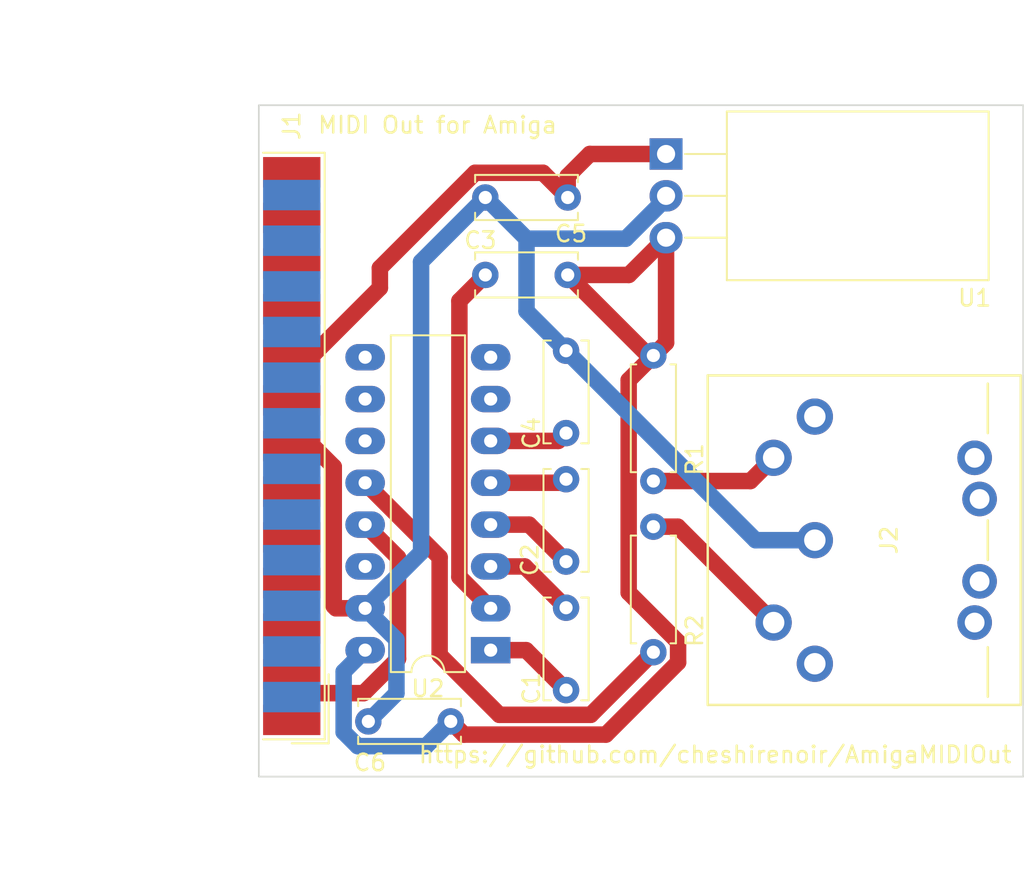
<source format=kicad_pcb>
(kicad_pcb (version 20211014) (generator pcbnew)
  (layers (0 "F.Cu" signal) (31 "B.Cu" signal) (34 "B.Paste" user) (35 "F.Paste" user) (36 "B.SilkS" user "B.Silkscreen") (37 "F.SilkS" user "F.Silkscreen") (38 "B.Mask" user) (39 "F.Mask" user) (44 "Edge.Cuts" user))
  (net 0 "")
  (net 1 "Net-(C1-Pad1)")
  (net 2 "Net-(C1-Pad2)")
  (net 3 "Net-(C2-Pad1)")
  (net 4 "Net-(C2-Pad2)")
  (net 5 "Net-(C3-Pad1)")
  (net 6 "+5V")
  (net 7 "Net-(C4-Pad1)")
  (net 8 "GND")
  (net 9 "Net-(C5-Pad1)")
  (net 11 "Net-(J1-Pad2)")
  (net 35 "Net-(J2-Pad4)")
  (net 36 "Net-(J2-Pad5)")
  (net 37 "Net-(R2-Pad1)")
  (footprint "Capacitor_THT:C_Disc_D6.0mm_W2.5mm_P5.00mm" (layer "F.Cu") (at 94 52.8)
    (fp_text reference "C3" (at -0.3 -2.1) (layer "F.SilkS"))
    (fp_text value "100nF")
    (fp_line (start 5.62 0.925) (end 5.62 1.37) (layer "F.SilkS") (width 0.12))
    (fp_line (start 5.62 -1.37) (end 5.62 -0.925) (layer "F.SilkS") (width 0.12))
    (fp_line (start -0.62 1.37) (end 5.62 1.37) (layer "F.SilkS") (width 0.12))
    (fp_line (start -0.62 -1.37) (end 5.62 -1.37) (layer "F.SilkS") (width 0.12))
    (fp_line (start -0.62 -1.37) (end -0.62 -0.925) (layer "F.SilkS") (width 0.12))
    (fp_line (start -0.62 0.925) (end -0.62 1.37) (layer "F.SilkS") (width 0.12))
    (pad "1" thru_hole circle (at 0 0) (size 1.6 1.6) (drill 0.8) (layers *.Cu *.Mask) (net 5 "Net-(C3-Pad1)"))
    (pad "2" thru_hole circle (at 5 0) (size 1.6 1.6) (drill 0.8) (layers *.Cu *.Mask) (net 6 "+5V"))
  )
  (footprint "Capacitor_THT:C_Disc_D6.0mm_W2.5mm_P5.00mm" (layer "F.Cu") (at 98.9 70.2 90)
    (fp_text reference "C2" (at 0.1 -2.2 90) (layer "F.SilkS"))
    (fp_text value "100nF")
    (fp_line (start 5.62 -1.37) (end 5.62 -0.925) (layer "F.SilkS") (width 0.12))
    (fp_line (start -0.62 -1.37) (end 5.62 -1.37) (layer "F.SilkS") (width 0.12))
    (fp_line (start 5.62 0.925) (end 5.62 1.37) (layer "F.SilkS") (width 0.12))
    (fp_line (start -0.62 0.925) (end -0.62 1.37) (layer "F.SilkS") (width 0.12))
    (fp_line (start -0.62 -1.37) (end -0.62 -0.925) (layer "F.SilkS") (width 0.12))
    (fp_line (start -0.62 1.37) (end 5.62 1.37) (layer "F.SilkS") (width 0.12))
    (pad "1" thru_hole circle (at 0 0 90) (size 1.6 1.6) (drill 0.8) (layers *.Cu *.Mask) (net 3 "Net-(C2-Pad1)"))
    (pad "2" thru_hole circle (at 5 0 90) (size 1.6 1.6) (drill 0.8) (layers *.Cu *.Mask) (net 4 "Net-(C2-Pad2)"))
  )
  (footprint "Package_TO_SOT_THT:TO-220-3_Horizontal_TabDown" (layer "F.Cu") (at 104.97 45.46 -90)
    (fp_text reference "U1" (at 8.74 -18.73 180) (layer "F.SilkS"))
    (fp_text value "LM78M05_TO220")
    (fp_line (start 2.54 -3.69) (end 2.54 -1.15) (layer "F.SilkS") (width 0.12))
    (fp_line (start -2.58 -19.58) (end -2.58 -3.69) (layer "F.SilkS") (width 0.12))
    (fp_line (start -2.58 -3.69) (end 7.66 -3.69) (layer "F.SilkS") (width 0.12))
    (fp_line (start 5.08 -3.69) (end 5.08 -1.15) (layer "F.SilkS") (width 0.12))
    (fp_line (start 7.66 -19.58) (end 7.66 -3.69) (layer "F.SilkS") (width 0.12))
    (fp_line (start -2.58 -19.58) (end 7.66 -19.58) (layer "F.SilkS") (width 0.12))
    (fp_line (start 0 -3.69) (end 0 -1.15) (layer "F.SilkS") (width 0.12))
    (pad "" np_thru_hole oval (at 2.54 -16.66 270) (size 3.5 3.5) (drill 3.5) (layers *.Cu *.Mask))
    (pad "1" thru_hole rect (at 0 0 270) (size 1.905 2) (drill 1.1) (layers *.Cu *.Mask) (net 9 "Net-(C5-Pad1)"))
    (pad "2" thru_hole oval (at 2.54 0 270) (size 1.905 2) (drill 1.1) (layers *.Cu *.Mask) (net 8 "GND"))
    (pad "3" thru_hole oval (at 5.08 0 270) (size 1.905 2) (drill 1.1) (layers *.Cu *.Mask) (net 6 "+5V"))
  )
  (footprint "CheshBits:DIN-5-Variable" (layer "F.Cu") (at 114 68.9 -90)
    (fp_text reference "J2" (at 0 -4.5 90) (layer "F.SilkS"))
    (fp_text value "DIN-5_180degree")
    (fp_line (start 6.5 -10.5) (end 9.5 -10.5) (layer "F.SilkS") (width 0.15))
    (fp_line (start -10 -12.5) (end -10 6.5) (layer "F.SilkS") (width 0.15))
    (fp_line (start -10 6.5) (end 10 6.5) (layer "F.SilkS") (width 0.15))
    (fp_line (start 10 6.5) (end 10 -12.5) (layer "F.SilkS") (width 0.15))
    (fp_line (start 10 -12.5) (end -10 -12.5) (layer "F.SilkS") (width 0.15))
    (fp_line (start -9.5 -10.5) (end -6.5 -10.5) (layer "F.SilkS") (width 0.15))
    (fp_line (start -1.2 -10.5) (end 1.2 -10.5) (layer "F.SilkS") (width 0.15))
    (pad "" thru_hole circle (at -2.5 -10 270) (size 2.1 2.1) (drill 1.2) (layers *.Cu *.Mask))
    (pad "" thru_hole circle (at -5 -9.7 270) (size 2.1 2.1) (drill 1.2) (layers *.Cu *.Mask))
    (pad "" thru_hole circle (at 5 -9.7 270) (size 2.1 2.1) (drill 1.2) (layers *.Cu *.Mask))
    (pad "" thru_hole circle (at 2.5 -10 270) (size 2.1 2.1) (drill 1.2) (layers *.Cu *.Mask))
    (pad "1" thru_hole circle (at -7.5 0 270) (size 2.2 2.2) (drill 1.3) (layers *.Cu *.Mask) (clearance 0.3))
    (pad "2" thru_hole circle (at 0 0 270) (size 2.2 2.2) (drill 1.3) (layers *.Cu *.Mask) (net 8 "GND") (clearance 0.3))
    (pad "3" thru_hole circle (at 7.5 0 270) (size 2.2 2.2) (drill 1.3) (layers *.Cu *.Mask) (clearance 0.3))
    (pad "4" thru_hole circle (at -5 2.5 270) (size 2.2 2.2) (drill 1.3) (layers *.Cu *.Mask) (net 35 "Net-(J2-Pad4)") (clearance 0.3))
    (pad "5" thru_hole circle (at 5 2.5 270) (size 2.2 2.2) (drill 1.3) (layers *.Cu *.Mask) (net 36 "Net-(J2-Pad5)") (clearance 0.3))
  )
  (footprint "Capacitor_THT:C_Disc_D6.0mm_W2.5mm_P5.00mm" (layer "F.Cu") (at 91.9 79.9 180)
    (fp_text reference "C6" (at 4.905 -2.5) (layer "F.SilkS"))
    (fp_text value "100nF")
    (fp_line (start -0.62 -1.37) (end 5.62 -1.37) (layer "F.SilkS") (width 0.12))
    (fp_line (start -0.62 0.925) (end -0.62 1.37) (layer "F.SilkS") (width 0.12))
    (fp_line (start -0.62 -1.37) (end -0.62 -0.925) (layer "F.SilkS") (width 0.12))
    (fp_line (start -0.62 1.37) (end 5.62 1.37) (layer "F.SilkS") (width 0.12))
    (fp_line (start 5.62 -1.37) (end 5.62 -0.925) (layer "F.SilkS") (width 0.12))
    (fp_line (start 5.62 0.925) (end 5.62 1.37) (layer "F.SilkS") (width 0.12))
    (pad "1" thru_hole circle (at 0 0 180) (size 1.6 1.6) (drill 0.8) (layers *.Cu *.Mask) (net 6 "+5V"))
    (pad "2" thru_hole circle (at 5 0 180) (size 1.6 1.6) (drill 0.8) (layers *.Cu *.Mask) (net 8 "GND"))
  )
  (footprint "Capacitor_THT:C_Disc_D6.0mm_W2.5mm_P5.00mm" (layer "F.Cu") (at 98.9 62.4 90)
    (fp_text reference "C4" (at 0 -2.1 90) (layer "F.SilkS"))
    (fp_text value "100nF")
    (fp_line (start -0.62 -1.37) (end 5.62 -1.37) (layer "F.SilkS") (width 0.12))
    (fp_line (start 5.62 0.925) (end 5.62 1.37) (layer "F.SilkS") (width 0.12))
    (fp_line (start 5.62 -1.37) (end 5.62 -0.925) (layer "F.SilkS") (width 0.12))
    (fp_line (start -0.62 1.37) (end 5.62 1.37) (layer "F.SilkS") (width 0.12))
    (fp_line (start -0.62 -1.37) (end -0.62 -0.925) (layer "F.SilkS") (width 0.12))
    (fp_line (start -0.62 0.925) (end -0.62 1.37) (layer "F.SilkS") (width 0.12))
    (pad "1" thru_hole circle (at 0 0 90) (size 1.6 1.6) (drill 0.8) (layers *.Cu *.Mask) (net 7 "Net-(C4-Pad1)"))
    (pad "2" thru_hole circle (at 5 0 90) (size 1.6 1.6) (drill 0.8) (layers *.Cu *.Mask) (net 8 "GND"))
  )
  (footprint "Connector_Dsub:DSUB-25_Female_EdgeMount_P2.77mm" (layer "F.Cu") (at 82.25 63.1875 -90)
    (fp_text reference "J1" (at -19.4375 0 90) (layer "F.SilkS"))
    (fp_text value "DB25_Female")
    (fp_line (start 17.803333 1.74) (end 17.803333 -2) (layer "F.SilkS") (width 0.12))
    (fp_line (start 17.803333 -2) (end -17.803333 -2) (layer "F.SilkS") (width 0.12))
    (fp_line (start 18.043333 0) (end 18.043333 -2.24) (layer "F.SilkS") (width 0.12))
    (fp_line (start -17.803333 -2) (end -17.803333 1.74) (layer "F.SilkS") (width 0.12))
    (fp_line (start 18.043333 -2.24) (end 13.85 -2.24) (layer "F.SilkS") (width 0.12))
    (pad "1" smd rect (at 16.62 0 270) (size 1.846667 3.48) (layers "F.Cu" "F.Paste" "F.Mask"))
    (pad "2" smd rect (at 13.85 0 270) (size 1.846667 3.48) (layers "F.Cu" "F.Paste" "F.Mask") (net 11 "Net-(J1-Pad2)"))
    (pad "3" smd rect (at 11.08 0 270) (size 1.846667 3.48) (layers "F.Cu" "F.Paste" "F.Mask"))
    (pad "4" smd rect (at 8.31 0 270) (size 1.846667 3.48) (layers "F.Cu" "F.Paste" "F.Mask"))
    (pad "5" smd rect (at 5.54 0 270) (size 1.846667 3.48) (layers "F.Cu" "F.Paste" "F.Mask"))
    (pad "6" smd rect (at 2.77 0 270) (size 1.846667 3.48) (layers "F.Cu" "F.Paste" "F.Mask"))
    (pad "7" smd rect (at 0 0 270) (size 1.846667 3.48) (layers "F.Cu" "F.Paste" "F.Mask") (net 8 "GND"))
    (pad "8" smd rect (at -2.77 0 270) (size 1.846667 3.48) (layers "F.Cu" "F.Paste" "F.Mask"))
    (pad "9" smd rect (at -5.54 0 270) (size 1.846667 3.48) (layers "F.Cu" "F.Paste" "F.Mask") (net 9 "Net-(C5-Pad1)"))
    (pad "10" smd rect (at -8.31 0 270) (size 1.846667 3.48) (layers "F.Cu" "F.Paste" "F.Mask"))
    (pad "11" smd rect (at -11.08 0 270) (size 1.846667 3.48) (layers "F.Cu" "F.Paste" "F.Mask"))
    (pad "12" smd rect (at -13.85 0 270) (size 1.846667 3.48) (layers "F.Cu" "F.Paste" "F.Mask"))
    (pad "13" smd rect (at -16.62 0 270) (size 1.846667 3.48) (layers "F.Cu" "F.Paste" "F.Mask"))
    (pad "14" smd rect (at 15.235 0 270) (size 1.846667 3.48) (layers "B.Cu" "B.Paste" "B.Mask"))
    (pad "15" smd rect (at 12.465 0 270) (size 1.846667 3.48) (layers "B.Cu" "B.Paste" "B.Mask"))
    (pad "16" smd rect (at 9.695 0 270) (size 1.846667 3.48) (layers "B.Cu" "B.Paste" "B.Mask"))
    (pad "17" smd rect (at 6.925 0 270) (size 1.846667 3.48) (layers "B.Cu" "B.Paste" "B.Mask"))
    (pad "18" smd rect (at 4.155 0 270) (size 1.846667 3.48) (layers "B.Cu" "B.Paste" "B.Mask"))
    (pad "19" smd rect (at 1.385 0 270) (size 1.846667 3.48) (layers "B.Cu" "B.Paste" "B.Mask"))
    (pad "20" smd rect (at -1.385 0 270) (size 1.846667 3.48) (layers "B.Cu" "B.Paste" "B.Mask"))
    (pad "21" smd rect (at -4.155 0 270) (size 1.846667 3.48) (layers "B.Cu" "B.Paste" "B.Mask"))
    (pad "22" smd rect (at -6.925 0 270) (size 1.846667 3.48) (layers "B.Cu" "B.Paste" "B.Mask"))
    (pad "23" smd rect (at -9.695 0 270) (size 1.846667 3.48) (layers "B.Cu" "B.Paste" "B.Mask"))
    (pad "24" smd rect (at -12.465 0 270) (size 1.846667 3.48) (layers "B.Cu" "B.Paste" "B.Mask"))
    (pad "25" smd rect (at -15.235 0 270) (size 1.846667 3.48) (layers "B.Cu" "B.Paste" "B.Mask"))
  )
  (footprint "Resistor_THT:R_Axial_DIN0207_L6.3mm_D2.5mm_P7.62mm_Horizontal" (layer "F.Cu") (at 104.2 75.7 90)
    (fp_text reference "R2" (at 1.3 2.5 90) (layer "F.SilkS"))
    (fp_text value "220")
    (fp_line (start 0.54 -1.37) (end 7.08 -1.37) (layer "F.SilkS") (width 0.12))
    (fp_line (start 0.54 -1.04) (end 0.54 -1.37) (layer "F.SilkS") (width 0.12))
    (fp_line (start 0.54 1.37) (end 7.08 1.37) (layer "F.SilkS") (width 0.12))
    (fp_line (start 7.08 1.37) (end 7.08 1.04) (layer "F.SilkS") (width 0.12))
    (fp_line (start 7.08 -1.37) (end 7.08 -1.04) (layer "F.SilkS") (width 0.12))
    (fp_line (start 0.54 1.04) (end 0.54 1.37) (layer "F.SilkS") (width 0.12))
    (pad "1" thru_hole circle (at 0 0 90) (size 1.6 1.6) (drill 0.8) (layers *.Cu *.Mask) (net 37 "Net-(R2-Pad1)"))
    (pad "2" thru_hole oval (at 7.62 0 90) (size 1.6 1.6) (drill 0.8) (layers *.Cu *.Mask) (net 36 "Net-(J2-Pad5)"))
  )
  (footprint "Resistor_THT:R_Axial_DIN0207_L6.3mm_D2.5mm_P7.62mm_Horizontal" (layer "F.Cu") (at 104.2 65.31 90)
    (fp_text reference "R1" (at 1.31 2.5 90) (layer "F.SilkS"))
    (fp_text value "220")
    (fp_line (start 0.54 -1.04) (end 0.54 -1.37) (layer "F.SilkS") (width 0.12))
    (fp_line (start 7.08 -1.37) (end 7.08 -1.04) (layer "F.SilkS") (width 0.12))
    (fp_line (start 0.54 1.04) (end 0.54 1.37) (layer "F.SilkS") (width 0.12))
    (fp_line (start 0.54 1.37) (end 7.08 1.37) (layer "F.SilkS") (width 0.12))
    (fp_line (start 0.54 -1.37) (end 7.08 -1.37) (layer "F.SilkS") (width 0.12))
    (fp_line (start 7.08 1.37) (end 7.08 1.04) (layer "F.SilkS") (width 0.12))
    (pad "1" thru_hole circle (at 0 0 90) (size 1.6 1.6) (drill 0.8) (layers *.Cu *.Mask) (net 35 "Net-(J2-Pad4)"))
    (pad "2" thru_hole oval (at 7.62 0 90) (size 1.6 1.6) (drill 0.8) (layers *.Cu *.Mask) (net 6 "+5V"))
  )
  (footprint "Package_DIP:DIP-16_W7.62mm_LongPads" (layer "F.Cu") (at 94.325 75.575 180)
    (fp_text reference "U2" (at 3.81 -2.33) (layer "F.SilkS"))
    (fp_text value "MAX232")
    (fp_line (start 2.81 -1.33) (end 1.56 -1.33) (layer "F.SilkS") (width 0.12))
    (fp_line (start 1.56 19.11) (end 6.06 19.11) (layer "F.SilkS") (width 0.12))
    (fp_line (start 1.56 -1.33) (end 1.56 19.11) (layer "F.SilkS") (width 0.12))
    (fp_line (start 6.06 19.11) (end 6.06 -1.33) (layer "F.SilkS") (width 0.12))
    (fp_line (start 6.06 -1.33) (end 4.81 -1.33) (layer "F.SilkS") (width 0.12))
    (fp_arc (start 4.81 -1.33) (mid 3.81 -0.33) (end 2.81 -1.33) (layer "F.SilkS") (width 0.12))
    (pad "1" thru_hole rect (at 0 0 180) (size 2.4 1.6) (drill 0.8) (layers *.Cu *.Mask) (net 1 "Net-(C1-Pad1)"))
    (pad "2" thru_hole oval (at 0 2.54 180) (size 2.4 1.6) (drill 0.8) (layers *.Cu *.Mask) (net 5 "Net-(C3-Pad1)"))
    (pad "3" thru_hole oval (at 0 5.08 180) (size 2.4 1.6) (drill 0.8) (layers *.Cu *.Mask) (net 2 "Net-(C1-Pad2)"))
    (pad "4" thru_hole oval (at 0 7.62 180) (size 2.4 1.6) (drill 0.8) (layers *.Cu *.Mask) (net 3 "Net-(C2-Pad1)"))
    (pad "5" thru_hole oval (at 0 10.16 180) (size 2.4 1.6) (drill 0.8) (layers *.Cu *.Mask) (net 4 "Net-(C2-Pad2)"))
    (pad "6" thru_hole oval (at 0 12.7 180) (size 2.4 1.6) (drill 0.8) (layers *.Cu *.Mask) (net 7 "Net-(C4-Pad1)"))
    (pad "7" thru_hole oval (at 0 15.24 180) (size 2.4 1.6) (drill 0.8) (layers *.Cu *.Mask))
    (pad "8" thru_hole oval (at 0 17.78 180) (size 2.4 1.6) (drill 0.8) (layers *.Cu *.Mask))
    (pad "9" thru_hole oval (at 7.62 17.78 180) (size 2.4 1.6) (drill 0.8) (layers *.Cu *.Mask))
    (pad "10" thru_hole oval (at 7.62 15.24 180) (size 2.4 1.6) (drill 0.8) (layers *.Cu *.Mask))
    (pad "11" thru_hole oval (at 7.62 12.7 180) (size 2.4 1.6) (drill 0.8) (layers *.Cu *.Mask))
    (pad "12" thru_hole oval (at 7.62 10.16 180) (size 2.4 1.6) (drill 0.8) (layers *.Cu *.Mask) (net 37 "Net-(R2-Pad1)"))
    (pad "13" thru_hole oval (at 7.62 7.62 180) (size 2.4 1.6) (drill 0.8) (layers *.Cu *.Mask) (net 11 "Net-(J1-Pad2)"))
    (pad "14" thru_hole oval (at 7.62 5.08 180) (size 2.4 1.6) (drill 0.8) (layers *.Cu *.Mask))
    (pad "15" thru_hole oval (at 7.62 2.54 180) (size 2.4 1.6) (drill 0.8) (layers *.Cu *.Mask) (net 8 "GND"))
    (pad "16" thru_hole oval (at 7.62 0 180) (size 2.4 1.6) (drill 0.8) (layers *.Cu *.Mask) (net 6 "+5V"))
  )
  (footprint "Capacitor_THT:C_Disc_D6.0mm_W2.5mm_P5.00mm" (layer "F.Cu") (at 99 48.1 180)
    (fp_text reference "C5" (at -0.2 -2.2) (layer "F.SilkS"))
    (fp_text value "100nF")
    (fp_line (start -0.62 0.925) (end -0.62 1.37) (layer "F.SilkS") (width 0.12))
    (fp_line (start -0.62 -1.37) (end 5.62 -1.37) (layer "F.SilkS") (width 0.12))
    (fp_line (start -0.62 -1.37) (end -0.62 -0.925) (layer "F.SilkS") (width 0.12))
    (fp_line (start 5.62 -1.37) (end 5.62 -0.925) (layer "F.SilkS") (width 0.12))
    (fp_line (start -0.62 1.37) (end 5.62 1.37) (layer "F.SilkS") (width 0.12))
    (fp_line (start 5.62 0.925) (end 5.62 1.37) (layer "F.SilkS") (width 0.12))
    (pad "1" thru_hole circle (at 0 0 180) (size 1.6 1.6) (drill 0.8) (layers *.Cu *.Mask) (net 9 "Net-(C5-Pad1)"))
    (pad "2" thru_hole circle (at 5 0 180) (size 1.6 1.6) (drill 0.8) (layers *.Cu *.Mask) (net 8 "GND"))
  )
  (footprint "Capacitor_THT:C_Disc_D6.0mm_W2.5mm_P5.00mm" (layer "F.Cu") (at 98.9 78 90)
    (fp_text reference "C1" (at 0.1 -2.1 90) (layer "F.SilkS"))
    (fp_text value "100nF")
    (fp_line (start -0.62 1.37) (end 5.62 1.37) (layer "F.SilkS") (width 0.12))
    (fp_line (start -0.62 0.925) (end -0.62 1.37) (layer "F.SilkS") (width 0.12))
    (fp_line (start 5.62 0.925) (end 5.62 1.37) (layer "F.SilkS") (width 0.12))
    (fp_line (start -0.62 -1.37) (end 5.62 -1.37) (layer "F.SilkS") (width 0.12))
    (fp_line (start 5.62 -1.37) (end 5.62 -0.925) (layer "F.SilkS") (width 0.12))
    (fp_line (start -0.62 -1.37) (end -0.62 -0.925) (layer "F.SilkS") (width 0.12))
    (pad "1" thru_hole circle (at 0 0 90) (size 1.6 1.6) (drill 0.8) (layers *.Cu *.Mask) (net 1 "Net-(C1-Pad1)"))
    (pad "2" thru_hole circle (at 5 0 90) (size 1.6 1.6) (drill 0.8) (layers *.Cu *.Mask) (net 2 "Net-(C1-Pad2)"))
  )
  (gr_rect (start 80.25 42.5) (end 126.65 83.25) (layer "Edge.Cuts") (width 0.1) (fill none))
  (gr_text "MIDI Out for Amiga" (at 91.1 43.7) (layer "F.SilkS") (effects (font (size 1 1))))
  (gr_text "https://github.com/cheshirenoir/AmigaMIDIOut" (at 107.95 81.915) (layer "F.SilkS") (effects (font (size 1 1))))
  (segment (start 96.475 75.575) (end 98.9 78) (width 1) (layer "F.Cu") (net 1))
  (segment (start 94.325 75.575) (end 96.475 75.575) (width 1) (layer "F.Cu") (net 1))
  (segment (start 94.325 70.495) (end 96.395 70.495) (width 1) (layer "F.Cu") (net 2))
  (segment (start 96.395 70.495) (end 98.9 73) (width 1) (layer "F.Cu") (net 2))
  (segment (start 94.325 67.955) (end 96.655 67.955) (width 1) (layer "F.Cu") (net 3))
  (segment (start 96.655 67.955) (end 98.9 70.2) (width 1) (layer "F.Cu") (net 3))
  (segment (start 98.685 65.415) (end 98.9 65.2) (width 1) (layer "F.Cu") (net 4))
  (segment (start 94.325 65.415) (end 98.685 65.415) (width 1) (layer "F.Cu") (net 4))
  (segment (start 92.42548 54.37452) (end 94 52.8) (width 1) (layer "F.Cu") (net 5))
  (segment (start 92.42548 71.13548) (end 92.42548 54.37452) (width 1) (layer "F.Cu") (net 5))
  (segment (start 94.325 73.035) (end 92.42548 71.13548) (width 1) (layer "F.Cu") (net 5))
  (segment (start 104.97 56.92) (end 104.2 57.69) (width 1) (layer "F.Cu") (net 6))
  (segment (start 91.9 79.9) (end 92.699999 80.699999) (width 1) (layer "F.Cu") (net 6))
  (segment (start 102.71 52.8) (end 104.97 50.54) (width 1) (layer "F.Cu") (net 6))
  (segment (start 101.320631 80.699999) (end 105.699511 76.321119) (width 1) (layer "F.Cu") (net 6))
  (segment (start 102.7 59.19) (end 104.2 57.69) (width 1) (layer "F.Cu") (net 6))
  (segment (start 104.97 50.54) (end 104.97 56.92) (width 1) (layer "F.Cu") (net 6))
  (segment (start 99 52.8) (end 102.71 52.8) (width 1) (layer "F.Cu") (net 6))
  (segment (start 102.7 72.07937) (end 102.7 59.19) (width 1) (layer "F.Cu") (net 6))
  (segment (start 105.699511 76.321119) (end 105.699511 75.078881) (width 1) (layer "F.Cu") (net 6))
  (segment (start 104.2 57.69) (end 103.89 57.69) (width 1) (layer "F.Cu") (net 6))
  (segment (start 103.89 57.69) (end 99 52.8) (width 1) (layer "F.Cu") (net 6))
  (segment (start 92.699999 80.699999) (end 101.320631 80.699999) (width 1) (layer "F.Cu") (net 6))
  (segment (start 105.699511 75.078881) (end 102.7 72.07937) (width 1) (layer "F.Cu") (net 6))
  (segment (start 85.400489 76.879511) (end 85.400489 80.550469) (width 1) (layer "B.Cu") (net 6))
  (segment (start 85.400489 80.550469) (end 86.249531 81.399511) (width 1) (layer "B.Cu") (net 6))
  (segment (start 90.400489 81.399511) (end 91.9 79.9) (width 1) (layer "B.Cu") (net 6))
  (segment (start 86.705 75.575) (end 85.400489 76.879511) (width 1) (layer "B.Cu") (net 6))
  (segment (start 86.249531 81.399511) (end 90.400489 81.399511) (width 1) (layer "B.Cu") (net 6))
  (segment (start 94.325 62.875) (end 98.425 62.875) (width 1) (layer "F.Cu") (net 7))
  (segment (start 98.425 62.875) (end 98.9 62.4) (width 1) (layer "F.Cu") (net 7))
  (segment (start 82.25 63.1875) (end 83.542355 63.1875) (width 1) (layer "F.Cu") (net 8))
  (segment (start 84.935 73.035) (end 86.705 73.035) (width 1) (layer "F.Cu") (net 8))
  (segment (start 83.542355 63.1875) (end 84.8 64.445145) (width 1) (layer "F.Cu") (net 8))
  (segment (start 84.8 72.9) (end 84.935 73.035) (width 1) (layer "F.Cu") (net 8))
  (segment (start 84.8 64.445145) (end 84.8 72.9) (width 1) (layer "F.Cu") (net 8))
  (segment (start 104.97 48.156191) (end 104.97 48) (width 1) (layer "B.Cu") (net 8))
  (segment (start 90.1 52) (end 94 48.1) (width 1) (layer "B.Cu") (net 8))
  (segment (start 110.4 68.9) (end 114 68.9) (width 1) (layer "B.Cu") (net 8))
  (segment (start 98.9 57.4) (end 110.4 68.9) (width 1) (layer "B.Cu") (net 8))
  (segment (start 86.705 73.035) (end 88.60452 74.93452) (width 1) (layer "B.Cu") (net 8))
  (segment (start 86.705 73.035) (end 90.1 69.64) (width 1) (layer "B.Cu") (net 8))
  (segment (start 96.5 55) (end 96.5 50.6) (width 1) (layer "B.Cu") (net 8))
  (segment (start 96.5 50.6) (end 94 48.1) (width 1) (layer "B.Cu") (net 8))
  (segment (start 88.60452 78.19548) (end 86.9 79.9) (width 1) (layer "B.Cu") (net 8))
  (segment (start 98.9 57.4) (end 96.5 55) (width 1) (layer "B.Cu") (net 8))
  (segment (start 88.60452 74.93452) (end 88.60452 78.19548) (width 1) (layer "B.Cu") (net 8))
  (segment (start 96.5 50.6) (end 102.526191 50.6) (width 1) (layer "B.Cu") (net 8))
  (segment (start 102.526191 50.6) (end 104.97 48.156191) (width 1) (layer "B.Cu") (net 8))
  (segment (start 90.1 69.64) (end 90.1 52) (width 1) (layer "B.Cu") (net 8))
  (segment (start 82.25 57.6475) (end 83.542355 57.6475) (width 1) (layer "F.Cu") (net 9))
  (segment (start 87.6 52.37937) (end 93.378881 46.600489) (width 1) (layer "F.Cu") (net 9))
  (segment (start 99 48.1) (end 99 46.8) (width 1) (layer "F.Cu") (net 9))
  (segment (start 99 46.8) (end 100.34 45.46) (width 1) (layer "F.Cu") (net 9))
  (segment (start 97.500489 46.600489) (end 99 48.1) (width 1) (layer "F.Cu") (net 9))
  (segment (start 100.34 45.46) (end 104.97 45.46) (width 1) (layer "F.Cu") (net 9))
  (segment (start 93.378881 46.600489) (end 97.500489 46.600489) (width 1) (layer "F.Cu") (net 9))
  (segment (start 83.542355 57.6475) (end 87.6 53.589855) (width 1) (layer "F.Cu") (net 9))
  (segment (start 87.6 53.589855) (end 87.6 52.37937) (width 1) (layer "F.Cu") (net 9))
  (segment (start 83.397156 78.184656) (end 86.615985 78.184656) (width 1) (layer "F.Cu") (net 11))
  (segment (start 82.25 77.0375) (end 83.397156 78.184656) (width 1) (layer "F.Cu") (net 11))
  (segment (start 88.7 76.100641) (end 88.7 69.95) (width 1) (layer "F.Cu") (net 11))
  (segment (start 86.615985 78.184656) (end 88.7 76.100641) (width 1) (layer "F.Cu") (net 11))
  (segment (start 88.7 69.95) (end 86.705 67.955) (width 1) (layer "F.Cu") (net 11))
  (segment (start 104.2 65.31) (end 110.09 65.31) (width 1) (layer "F.Cu") (net 35))
  (segment (start 110.09 65.31) (end 111.5 63.9) (width 1) (layer "F.Cu") (net 35))
  (segment (start 105.68 68.08) (end 111.5 73.9) (width 1) (layer "F.Cu") (net 36))
  (segment (start 104.2 68.08) (end 105.68 68.08) (width 1) (layer "F.Cu") (net 36))
  (segment (start 91.22596 69.93596) (end 86.705 65.415) (width 1) (layer "F.Cu") (net 37))
  (segment (start 100.4 79.5) (end 94.850978 79.5) (width 1) (layer "F.Cu") (net 37))
  (segment (start 104.2 75.7) (end 100.4 79.5) (width 1) (layer "F.Cu") (net 37))
  (segment (start 94.850978 79.5) (end 91.22596 75.874982) (width 1) (layer "F.Cu") (net 37))
  (segment (start 91.22596 75.874982) (end 91.22596 69.93596) (width 1) (layer "F.Cu") (net 37))
)
</source>
